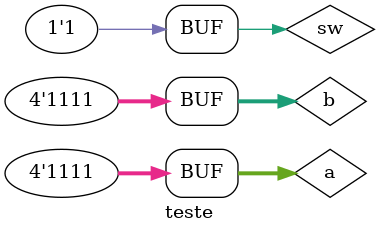
<source format=v>

module comparador2BitsIguais(s, a, b, c, d);
	output s;
	input a;
	input b;
	input c;
	input d;
	
	wire x0, x1;
	
	xnor A(x0, a, b);
	xnor B(x1, c, d);
	and  C(s, x0, x1);

endmodule // -- fim modulo

// ----------------------------------------------
// -- COMPARADOR DE 4 BITS IGUAIS
// ----------------------------------------------
module comparador4BitsIguais(s, a, b);
	output s;
	input  [3:0]a;
	input  [3:0]b;
	
	wire x0, x1;
	
	comparador2BitsIguais A(x0, b[0], 
										a[0], b[1], a[1]);
	comparador2BitsIguais B(x1, b[2], 
										a[2], b[3], a[3]);
							and C(s, x0, x1);
endmodule // -- fim modulo

// ----------------------------------------------
// -- COMPARADOR DE 2 BITS DIFERENTES
// ----------------------------------------------
module comparador2Bits(s, a, b, c, d);
	output s;
	input  a;
	input  b;
	input  c;
	input  d;
	
	wire x0, x1, x2, x3, x4, x5;
	wire y0, y1;
	wire s0, s1;

	xor 	A(x0, c, d);
	xnor 	B(x1, a, b);
	xnor 	C(x2, c, d);
	xor 	D(x3, a, b);
	xor 	E(x4, a, c);
	xor 	F(x5, b, d);
	and 	G(y0, x0, x1);
	and 	H(y1, x2, x3);
	and 	I(s0, x4, x5);
	or 	J(s1, y0, y1);
	or 	K(s, s1, s0);
endmodule // -- fim modulo

// ----------------------------------------------
// -- COMPARADOR DE 4 BITS DIFERENTES
// ----------------------------------------------
module comparador4BitsDifere(s, a, b);
	output s;
	input  [3:0]a;
	input  [3:0]b;
	
	wire s0, s1;
	
	comparador2Bits A(s0, a[3], a[2], b[3], b[2]);
	comparador2Bits B(s1, a[1], a[0], b[1], b[0]);
	or					 C(s, s0, s1);
endmodule // -- fim modulo

// ----------------------------------------------
// -- SWITCH DE 2 BITS
// ----------------------------------------------
module switch(s, a, b, sw);
	output s;
	input  a;
	input  b;
	input sw;
	
	wire x0, y1, y0;
	
	and A(y1, a, sw);
	not N(x0, sw);
	and B(y0, b, x0);
	or  C(s, y0, y1);
endmodule

// ----------------------------------------------
// -- COMPARADOR DE BITS IGUAIS E DIFERENTES
// ----------------------------------------------
module IgualDiferente(s, a, b, sw);
	output 		s;
	input  [3:0]a;
	input  [3:0]b;
	input      sw;
	
	wire x0, x1;
	comparador4BitsIguais A(x0, a, b);
	comparador4BitsDifere B(x1, a, b);
	switch 				  MUX(s, x1, x0, sw);
endmodule

// ----------------------------------------------
// -- MODULO DE TESTES
// ----------------------------------------------
module teste;
	reg  [3:0]a;
	reg  [3:0]b;
	reg 		sw;
	wire s;
	
	IgualDiferente C(s, a, b, sw);
	
	initial begin:start
		a  = 4'b0000;
		b  = 4'b0000;
		sw = 0;
	end
	
	initial begin
		$display("-------------------------------");
		$display("Comaparador de Bits");
		$display("Alexandre Palmieri Sad - 440265");
		$display("-------------------------------");
		$display("IUGAIS:");
		$monitor("\t%4b == %4b -> %b", a, b, s);
		
	#1
		a = 4'b0001; b = 4'b0001;
	#1
		a = 4'b0001; b = 4'b0000;	
	#1
		a = 4'b0001; b = 4'b0010;
	#1
		a = 4'b0001; b = 4'b0011;
	#1
		a = 4'b0001; b = 4'b0100;
	#1
		a = 4'b0001; b = 4'b0101;
	#1
		a = 4'b0001; b = 4'b0110;
	#1
		a = 4'b0001; b = 4'b0111;
	#1
		a = 4'b0001; b = 4'b1000;
// -- 8		
	#1
		a = 4'b0010; b = 4'b0001;
	#1
		a = 4'b0010; b = 4'b0000;	
	#1
		a = 4'b0010; b = 4'b0010;
	#1
		a = 4'b0010; b = 4'b0011;
	#1
		a = 4'b0010; b = 4'b0100;
	#1
		a = 4'b0010; b = 4'b0101;
	#1
		a = 4'b0010; b = 4'b0110;
	#1
		a = 4'b0010; b = 4'b0111;
	#1
		a = 4'b0010; b = 4'b1000;
// -- 16		
	#1
		a = 4'b0011; b = 4'b0001;
	#1
		a = 4'b0011; b = 4'b0000;	
	#1
		a = 4'b0011; b = 4'b0010;
	#1
		a = 4'b0011; b = 4'b0011;
	#1
		a = 4'b0011; b = 4'b0100;
	#1
		a = 4'b0011; b = 4'b0101;
	#1
		a = 4'b0011; b = 4'b0110;
	#1
		a = 4'b0011; b = 4'b0111;
	#1
		a = 4'b0011; b = 4'b1000;
// -- 32		
	#1
		a = 4'b0100; b = 4'b0001;
	#1
		a = 4'b0100; b = 4'b0000;	
	#1
		a = 4'b0100; b = 4'b0010;
	#1
		a = 4'b0100; b = 4'b0011;
	#1
		a = 4'b0100; b = 4'b0100;
	#1
		a = 4'b0100; b = 4'b0101;
	#1
		a = 4'b0100; b = 4'b0110;
	#1
		a = 4'b0100; b = 4'b0111;
	#1
		a = 4'b0100; b = 4'b1000;
	#1
		a = 4'b1111; b = 4'b1111;	
		
		sw = 1;
		$display("-------------------------------");
		$display("DIFERENTES:");
		$monitor("\t%4b != %4b -> %b", a, b, s);
	#1
		a = 4'b0001; b = 4'b0001;
	#1
		a = 4'b0001; b = 4'b0000;	
	#1
		a = 4'b0001; b = 4'b0010;
	#1
		a = 4'b0001; b = 4'b0011;
	#1
		a = 4'b0001; b = 4'b0100;
	#1
		a = 4'b0001; b = 4'b0101;
	#1
		a = 4'b0001; b = 4'b0110;
	#1
		a = 4'b0001; b = 4'b0111;
	#1
		a = 4'b0001; b = 4'b1000;
// -- 8		
	#1
		a = 4'b0010; b = 4'b0001;
	#1
		a = 4'b0010; b = 4'b0000;	
	#1
		a = 4'b0010; b = 4'b0010;
	#1
		a = 4'b0010; b = 4'b0011;
	#1
		a = 4'b0010; b = 4'b0100;
	#1
		a = 4'b0010; b = 4'b0101;
	#1
		a = 4'b0010; b = 4'b0110;
	#1
		a = 4'b0010; b = 4'b0111;
	#1
		a = 4'b0010; b = 4'b1000;
// -- 16		
	#1
		a = 4'b0011; b = 4'b0001;
	#1
		a = 4'b0011; b = 4'b0000;	
	#1
		a = 4'b0011; b = 4'b0010;
	#1
		a = 4'b0011; b = 4'b0011;
	#1
		a = 4'b0011; b = 4'b0100;
	#1
		a = 4'b0011; b = 4'b0101;
	#1
		a = 4'b0011; b = 4'b0110;
	#1
		a = 4'b0011; b = 4'b0111;
	#1
		a = 4'b0011; b = 4'b1000;
// -- 32		
	#1
		a = 4'b0100; b = 4'b0001;
	#1
		a = 4'b0100; b = 4'b0000;	
	#1
		a = 4'b0100; b = 4'b0010;
	#1
		a = 4'b0100; b = 4'b0011;
	#1
		a = 4'b0100; b = 4'b0100;
	#1
		a = 4'b0100; b = 4'b0101;
	#1
		a = 4'b0100; b = 4'b0110;
	#1
		a = 4'b0100; b = 4'b0111;
	#1
		a = 4'b0100; b = 4'b1000;
	#1
		a = 4'b1111; b = 4'b1111;		
		
	end
endmodule
</source>
